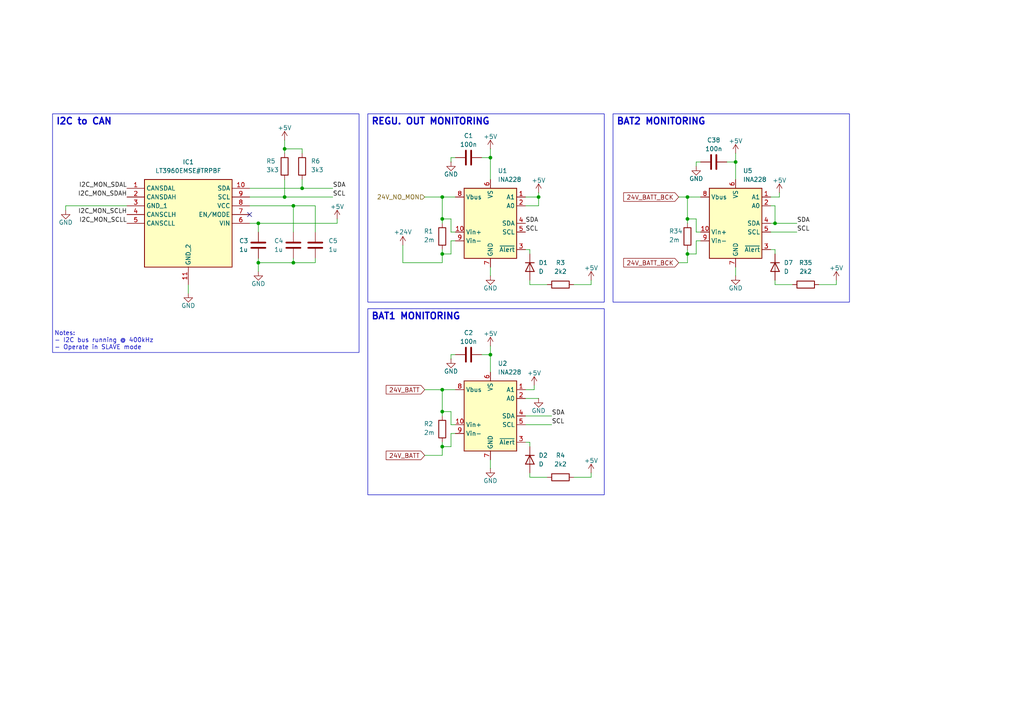
<source format=kicad_sch>
(kicad_sch (version 20250114) (generator "eeschema") (generator_version "9.0")
  (paper "A4")
  (title_block (title "FH2 - Spine") (date "2025-12-10") (rev "v1") (comment 1 "Elie Baier"))
  (lib_symbols
    (symbol "Device:C" (pin_numbers (hide yes)) (pin_names (offset 0.254))
      (property "Reference" "C" (at 0.635 2.54 0))
      (property "Value" "C" (at 0.635 -2.54 0))
      (symbol "C_0_1"
        (polyline (pts (xy -2.032 0.762) (xy 2.032 0.762)) (stroke (width 0.508)))
        (polyline (pts (xy -2.032 -0.762) (xy 2.032 -0.762)) (stroke (width 0.508)))
      )
      (symbol "C_1_1"
        (pin passive line (at 0 3.81 270) (length 2.794) (name "~") (number "1"))
        (pin passive line (at 0 -3.81 90) (length 2.794) (name "~") (number "2"))
      )
    )
    (symbol "Device:D" (pin_numbers (hide yes)) (pin_names (offset 1.016) (hide yes))
      (property "Reference" "D" (at 0 2.54 0))
      (property "Value" "D" (at 0 -2.54 0))
      (symbol "D_0_1"
        (polyline (pts (xy -1.27 1.27) (xy -1.27 -1.27)) (stroke (width 0.254)))
        (polyline (pts (xy 1.27 1.27) (xy 1.27 -1.27) (xy -1.27 0) (xy 1.27 1.27)) (stroke (width 0.254)))
        (polyline (pts (xy 1.27 0) (xy -1.27 0)))
      )
      (symbol "D_1_1"
        (pin passive line (at -3.81 0 0) (length 2.54) (name "K") (number "1"))
        (pin passive line (at 3.81 0 180) (length 2.54) (name "A") (number "2"))
      )
    )
    (symbol "Device:R" (pin_numbers (hide yes)) (pin_names (offset 0))
      (property "Reference" "R" (at 2.032 0 90))
      (property "Value" "R" (at 0 0 90))
      (symbol "R_0_1"
        (rectangle (start -1.016 -2.54) (end 1.016 2.54) (stroke (width 0.254)))
      )
      (symbol "R_1_1"
        (pin passive line (at 0 3.81 270) (length 1.27) (name "~") (number "1"))
        (pin passive line (at 0 -3.81 90) (length 1.27) (name "~") (number "2"))
      )
    )
    (symbol "LT3960EMSE#TRPBF:LT3960EMSE#TRPBF"
      (property "Reference" "IC" (at 31.75 7.62 0))
      (property "Value" "LT3960EMSE#TRPBF" (at 31.75 5.08 0))
      (symbol "LT3960EMSE#TRPBF_1_1"
        (rectangle (start 5.08 2.54) (end 30.48 -22.86) (stroke (width 0.254)) (fill (type background)))
        (pin passive line (at 0 0 0) (length 5.08) (name "CANSDAL") (number "1"))
        (pin passive line (at 0 -2.54 0) (length 5.08) (name "CANSDAH") (number "2"))
        (pin passive line (at 0 -5.08 0) (length 5.08) (name "GND_1") (number "3"))
        (pin passive line (at 0 -7.62 0) (length 5.08) (name "CANSCLH") (number "4"))
        (pin passive line (at 0 -10.16 0) (length 5.08) (name "CANSCLL") (number "5"))
        (pin passive line (at 17.78 -27.94 90) (length 5.08) (name "GND_2") (number "11"))
        (pin passive line (at 35.56 0 180) (length 5.08) (name "SDA") (number "10"))
        (pin passive line (at 35.56 -2.54 180) (length 5.08) (name "SCL") (number "9"))
        (pin passive line (at 35.56 -5.08 180) (length 5.08) (name "VCC") (number "8"))
        (pin passive line (at 35.56 -7.62 180) (length 5.08) (name "EN/MODE") (number "7"))
        (pin passive line (at 35.56 -10.16 180) (length 5.08) (name "VIN") (number "6"))
      )
    )
    (symbol "Sensor_Energy:INA228"
      (property "Reference" "U" (at -6.35 11.43 0))
      (property "Value" "INA228" (at 3.81 11.43 0))
      (symbol "INA228_0_1"
        (rectangle (start 7.62 10.16) (end -7.62 -10.16) (stroke (width 0.254)) (fill (type background)))
      )
      (symbol "INA228_1_1"
        (pin input line (at -10.16 7.62 0) (length 2.54) (name "Vbus") (number "8"))
        (pin input line (at -10.16 -2.54 0) (length 2.54) (name "Vin+") (number "10"))
        (pin input line (at -10.16 -5.08 0) (length 2.54) (name "Vin-") (number "9"))
        (pin power_in line (at 0 12.7 270) (length 2.54) (name "VS") (number "6"))
        (pin power_in line (at 0 -12.7 90) (length 2.54) (name "GND") (number "7"))
        (pin input line (at 10.16 7.62 180) (length 2.54) (name "A1") (number "1"))
        (pin input line (at 10.16 5.08 180) (length 2.54) (name "A0") (number "2"))
        (pin bidirectional line (at 10.16 0 180) (length 2.54) (name "SDA") (number "4"))
        (pin input line (at 10.16 -2.54 180) (length 2.54) (name "SCL") (number "5"))
        (pin open_collector line (at 10.16 -7.62 180) (length 2.54) (name "~{Alert}") (number "3"))
      )
    )
    (symbol "power:+24V" (power) (pin_numbers (hide yes)) (pin_names (offset 0) (hide yes))
      (property "Value" "+24V" (at 0 3.556 0))
      (symbol "+24V_0_1"
        (polyline (pts (xy -0.762 1.27) (xy 0 2.54)))
        (polyline (pts (xy 0 2.54) (xy 0.762 1.27)))
        (polyline (pts (xy 0 0) (xy 0 2.54)))
      )
      (symbol "+24V_1_1"
        (pin power_in line (at 0 0 90) (length 0) (name "~") (number "1"))
      )
    )
    (symbol "power:+5V" (power) (pin_numbers (hide yes)) (pin_names (offset 0) (hide yes))
      (property "Value" "+5V" (at 0 3.556 0))
      (symbol "+5V_0_1"
        (polyline (pts (xy -0.762 1.27) (xy 0 2.54)))
        (polyline (pts (xy 0 2.54) (xy 0.762 1.27)))
        (polyline (pts (xy 0 0) (xy 0 2.54)))
      )
      (symbol "+5V_1_1"
        (pin power_in line (at 0 0 90) (length 0) (name "~") (number "1"))
      )
    )
    (symbol "power:GND" (power) (pin_numbers (hide yes)) (pin_names (offset 0) (hide yes))
      (property "Value" "GND" (at 0 -3.81 0))
      (symbol "GND_0_1"
        (polyline (pts (xy 0 0) (xy 0 -1.27) (xy 1.27 -1.27) (xy 0 -2.54) (xy -1.27 -1.27) (xy 0 -1.27)))
      )
      (symbol "GND_1_1"
        (pin power_in line (at 0 0 270) (length 0) (name "~") (number "1"))
      )
    )
  )
  (text "Notes:\n- I2C bus running @ 400kHz\n- Operate in SLAVE mode" (at 15.748 101.6 0) (effects (font (size 1.27 1.27)) (justify left bottom)))
  (text_box "I2C to CAN" (at 15.24 33.02 0) (size 88.9 69.215) (margins 0.9525 0.9525 0.9525 0.9525) (effects (font (size 1.905 1.905) (thickness 0.381) (bold yes)) (justify left top)))
  (text_box "BAT2 MONITORING" (at 177.8 33.02 0) (size 68.58 54.61) (margins 0.9525 0.9525 0.9525 0.9525) (effects (font (size 1.905 1.905) (thickness 0.381) (bold yes)) (justify left top)))
  (text_box "REGU. OUT MONITORING" (at 106.68 33.02 0) (size 68.58 54.61) (margins 0.9525 0.9525 0.9525 0.9525) (effects (font (size 1.905 1.905) (thickness 0.381) (bold yes)) (justify left top)))
  (text_box "BAT1 MONITORING" (at 106.68 89.535 0) (size 68.58 53.975) (margins 0.9525 0.9525 0.9525 0.9525) (effects (font (size 1.905 1.905) (thickness 0.381) (bold yes)) (justify left top)))
  (junction (at 128.27 129.54))
  (junction (at 82.55 57.15))
  (junction (at 156.21 57.15))
  (junction (at 74.93 76.2))
  (junction (at 85.09 59.69))
  (junction (at 142.24 45.72))
  (junction (at 128.27 57.15))
  (junction (at 74.93 64.77))
  (junction (at 128.27 113.03))
  (junction (at 199.39 63.5))
  (junction (at 199.39 57.15))
  (junction (at 128.27 73.66))
  (junction (at 213.36 46.99))
  (junction (at 224.79 64.77))
  (junction (at 128.27 119.38))
  (junction (at 199.39 73.66))
  (junction (at 82.55 43.18))
  (junction (at 142.24 102.87))
  (junction (at 85.09 76.2))
  (junction (at 128.27 63.5))
  (junction (at 87.63 54.61))
  (no_connect (at 72.39 62.23))
  (wire (pts (xy 128.27 129.54) (xy 128.27 132.08)))
  (wire (pts (xy 97.79 64.77) (xy 97.79 63.5)))
  (wire (pts (xy 199.39 72.39) (xy 199.39 73.66)))
  (wire (pts (xy 152.4 72.39) (xy 153.67 72.39)))
  (wire (pts (xy 199.39 57.15) (xy 203.2 57.15)))
  (wire (pts (xy 128.27 113.03) (xy 128.27 119.38)))
  (wire (pts (xy 156.21 55.88) (xy 156.21 57.15)))
  (wire (pts (xy 130.81 125.73) (xy 132.08 125.73)))
  (wire (pts (xy 153.67 82.55) (xy 153.67 81.28)))
  (wire (pts (xy 74.93 74.93) (xy 74.93 76.2)))
  (wire (pts (xy 74.93 64.77) (xy 97.79 64.77)))
  (wire (pts (xy 237.49 82.55) (xy 242.57 82.55)))
  (wire (pts (xy 128.27 119.38) (xy 128.27 120.65)))
  (wire (pts (xy 74.93 76.2) (xy 74.93 78.74)))
  (wire (pts (xy 231.14 64.77) (xy 224.79 64.77)))
  (wire (pts (xy 132.08 102.87) (xy 130.81 102.87)))
  (wire (pts (xy 128.27 73.66) (xy 128.27 76.2)))
  (wire (pts (xy 199.39 73.66) (xy 201.93 73.66)))
  (wire (pts (xy 91.44 67.31) (xy 91.44 59.69)))
  (wire (pts (xy 123.19 113.03) (xy 128.27 113.03)))
  (wire (pts (xy 130.81 73.66) (xy 130.81 69.85)))
  (wire (pts (xy 201.93 73.66) (xy 201.93 69.85)))
  (wire (pts (xy 128.27 57.15) (xy 132.08 57.15)))
  (wire (pts (xy 132.08 45.72) (xy 130.81 45.72)))
  (wire (pts (xy 139.7 45.72) (xy 142.24 45.72)))
  (wire (pts (xy 242.57 81.28) (xy 242.57 82.55)))
  (wire (pts (xy 213.36 77.47) (xy 213.36 80.01)))
  (wire (pts (xy 196.85 76.2) (xy 199.39 76.2)))
  (wire (pts (xy 158.75 138.43) (xy 153.67 138.43)))
  (wire (pts (xy 166.37 138.43) (xy 171.45 138.43)))
  (wire (pts (xy 87.63 54.61) (xy 96.52 54.61)))
  (wire (pts (xy 223.52 72.39) (xy 224.79 72.39)))
  (wire (pts (xy 199.39 73.66) (xy 199.39 76.2)))
  (wire (pts (xy 199.39 57.15) (xy 199.39 63.5)))
  (wire (pts (xy 91.44 74.93) (xy 91.44 76.2)))
  (wire (pts (xy 19.05 60.96) (xy 19.05 59.69)))
  (wire (pts (xy 152.4 128.27) (xy 153.67 128.27)))
  (wire (pts (xy 87.63 52.07) (xy 87.63 54.61)))
  (wire (pts (xy 203.2 46.99) (xy 201.93 46.99)))
  (wire (pts (xy 128.27 57.15) (xy 128.27 63.5)))
  (wire (pts (xy 123.19 57.15) (xy 128.27 57.15)))
  (wire (pts (xy 229.87 82.55) (xy 224.79 82.55)))
  (wire (pts (xy 128.27 72.39) (xy 128.27 73.66)))
  (wire (pts (xy 85.09 74.93) (xy 85.09 76.2)))
  (wire (pts (xy 54.61 82.55) (xy 54.61 85.09)))
  (wire (pts (xy 166.37 82.55) (xy 171.45 82.55)))
  (wire (pts (xy 171.45 137.16) (xy 171.45 138.43)))
  (wire (pts (xy 130.81 119.38) (xy 128.27 119.38)))
  (wire (pts (xy 85.09 76.2) (xy 74.93 76.2)))
  (wire (pts (xy 156.21 59.69) (xy 156.21 57.15)))
  (wire (pts (xy 142.24 77.47) (xy 142.24 80.01)))
  (wire (pts (xy 224.79 82.55) (xy 224.79 81.28)))
  (wire (pts (xy 19.05 59.69) (xy 36.83 59.69)))
  (wire (pts (xy 142.24 45.72) (xy 142.24 43.18)))
  (wire (pts (xy 231.14 67.31) (xy 223.52 67.31)))
  (wire (pts (xy 128.27 129.54) (xy 130.81 129.54)))
  (wire (pts (xy 210.82 46.99) (xy 213.36 46.99)))
  (wire (pts (xy 130.81 69.85) (xy 132.08 69.85)))
  (wire (pts (xy 116.84 76.2) (xy 128.27 76.2)))
  (wire (pts (xy 201.93 46.99) (xy 201.93 48.26)))
  (wire (pts (xy 116.84 71.12) (xy 116.84 76.2)))
  (wire (pts (xy 142.24 45.72) (xy 142.24 52.07)))
  (wire (pts (xy 128.27 73.66) (xy 130.81 73.66)))
  (wire (pts (xy 224.79 59.69) (xy 224.79 64.77)))
  (wire (pts (xy 72.39 64.77) (xy 74.93 64.77)))
  (wire (pts (xy 91.44 59.69) (xy 85.09 59.69)))
  (wire (pts (xy 153.67 138.43) (xy 153.67 137.16)))
  (wire (pts (xy 82.55 57.15) (xy 96.52 57.15)))
  (wire (pts (xy 82.55 43.18) (xy 87.63 43.18)))
  (wire (pts (xy 196.85 57.15) (xy 199.39 57.15)))
  (wire (pts (xy 213.36 46.99) (xy 213.36 52.07)))
  (wire (pts (xy 142.24 102.87) (xy 142.24 107.95)))
  (wire (pts (xy 85.09 59.69) (xy 85.09 67.31)))
  (wire (pts (xy 154.94 111.76) (xy 154.94 113.03)))
  (wire (pts (xy 201.93 67.31) (xy 201.93 63.5)))
  (wire (pts (xy 130.81 45.72) (xy 130.81 46.99)))
  (wire (pts (xy 91.44 76.2) (xy 85.09 76.2)))
  (wire (pts (xy 158.75 82.55) (xy 153.67 82.55)))
  (wire (pts (xy 128.27 63.5) (xy 128.27 64.77)))
  (wire (pts (xy 87.63 43.18) (xy 87.63 44.45)))
  (wire (pts (xy 128.27 128.27) (xy 128.27 129.54)))
  (wire (pts (xy 130.81 63.5) (xy 128.27 63.5)))
  (wire (pts (xy 132.08 67.31) (xy 130.81 67.31)))
  (wire (pts (xy 74.93 67.31) (xy 74.93 64.77)))
  (wire (pts (xy 201.93 63.5) (xy 199.39 63.5)))
  (wire (pts (xy 72.39 57.15) (xy 82.55 57.15)))
  (wire (pts (xy 224.79 64.77) (xy 223.52 64.77)))
  (wire (pts (xy 139.7 102.87) (xy 142.24 102.87)))
  (wire (pts (xy 160.02 123.19) (xy 152.4 123.19)))
  (wire (pts (xy 72.39 59.69) (xy 85.09 59.69)))
  (wire (pts (xy 152.4 115.57) (xy 156.21 115.57)))
  (wire (pts (xy 154.94 113.03) (xy 152.4 113.03)))
  (wire (pts (xy 152.4 59.69) (xy 156.21 59.69)))
  (wire (pts (xy 142.24 100.33) (xy 142.24 102.87)))
  (wire (pts (xy 213.36 44.45) (xy 213.36 46.99)))
  (wire (pts (xy 153.67 72.39) (xy 153.67 73.66)))
  (wire (pts (xy 224.79 72.39) (xy 224.79 73.66)))
  (wire (pts (xy 171.45 81.28) (xy 171.45 82.55)))
  (wire (pts (xy 226.06 57.15) (xy 223.52 57.15)))
  (wire (pts (xy 142.24 133.35) (xy 142.24 135.89)))
  (wire (pts (xy 82.55 43.18) (xy 82.55 44.45)))
  (wire (pts (xy 82.55 40.64) (xy 82.55 43.18)))
  (wire (pts (xy 203.2 67.31) (xy 201.93 67.31)))
  (wire (pts (xy 130.81 123.19) (xy 130.81 119.38)))
  (wire (pts (xy 153.67 128.27) (xy 153.67 129.54)))
  (wire (pts (xy 226.06 55.88) (xy 226.06 57.15)))
  (wire (pts (xy 201.93 69.85) (xy 203.2 69.85)))
  (wire (pts (xy 128.27 113.03) (xy 132.08 113.03)))
  (wire (pts (xy 130.81 102.87) (xy 130.81 104.14)))
  (wire (pts (xy 82.55 52.07) (xy 82.55 57.15)))
  (wire (pts (xy 160.02 120.65) (xy 152.4 120.65)))
  (wire (pts (xy 130.81 129.54) (xy 130.81 125.73)))
  (wire (pts (xy 130.81 67.31) (xy 130.81 63.5)))
  (wire (pts (xy 156.21 57.15) (xy 152.4 57.15)))
  (wire (pts (xy 199.39 63.5) (xy 199.39 64.77)))
  (wire (pts (xy 223.52 59.69) (xy 224.79 59.69)))
  (wire (pts (xy 132.08 123.19) (xy 130.81 123.19)))
  (wire (pts (xy 72.39 54.61) (xy 87.63 54.61)))
  (wire (pts (xy 123.19 132.08) (xy 128.27 132.08)))
  (label "SCL" (at 152.4 67.31 0))
  (label "SDA" (at 231.14 64.77 0))
  (label "SCL" (at 96.52 57.15 0))
  (label "I2C_MON_SCLL" (at 36.83 64.77 180))
  (label "SDA" (at 152.4 64.77 0))
  (label "SDA" (at 160.02 120.65 0))
  (label "I2C_MON_SDAL" (at 36.83 54.61 180))
  (label "I2C_MON_SDAH" (at 36.83 57.15 180))
  (label "SCL" (at 231.14 67.31 0))
  (label "I2C_MON_SCLH" (at 36.83 62.23 180))
  (label "SDA" (at 96.52 54.61 0))
  (label "SCL" (at 160.02 123.19 0))
  (global_label "24V_BATT" (shape input) (at 123.19 132.08 180) (property "Intersheetrefs" "${INTERSHEET_REFS}" (effects (hide yes))))
  (global_label "24V_BATT_BCK" (shape input) (at 196.85 57.15 180) (property "Intersheetrefs" "${INTERSHEET_REFS}" (effects (hide yes))))
  (global_label "24V_BATT" (shape input) (at 123.19 113.03 180) (property "Intersheetrefs" "${INTERSHEET_REFS}" (effects (hide yes))))
  (global_label "24V_BATT_BCK" (shape input) (at 196.85 76.2 180) (property "Intersheetrefs" "${INTERSHEET_REFS}" (effects (hide yes))))
  (hierarchical_label "24V_NO_MON" (shape input) (at 123.19 57.15 180))
  (symbol (lib_id "Device:D") (at 153.67 133.35 270) (unit 1)
    (property "Reference" "D2" (at 156.21 132.0799 90) (effects (justify left)))
    (property "Value" "D" (at 156.21 134.6199 90) (effects (justify left)))
    (property "Description" "Diode" (effects (hide yes)))
    (property "Sim.Device" "D" (effects (hide yes)))
    (property "Sim.Pins" "1=K 2=A" (effects (hide yes)))
  )
  (symbol (lib_id "Device:R") (at 82.55 48.26 0) (unit 1)
    (property "Reference" "R5" (at 77.216 46.736 0) (effects (justify left)))
    (property "Value" "3k3" (at 77.216 49.276 0) (effects (justify left)))
    (property "Description" "Resistor" (effects (hide yes)))
  )
  (symbol (lib_id "power:GND") (at 130.81 104.14 0) (unit 1)
    (property "Reference" "#PWR03" (effects (hide yes)))
    (property "Value" "GND" (at 130.81 107.696 0))
    (property "Description" "Power symbol creates a global label with name \"GND\" , ground" (effects (hide yes)))
  )
  (symbol (lib_id "Device:C") (at 207.01 46.99 90) (unit 1)
    (property "Reference" "C38" (at 207.01 40.64 90))
    (property "Value" "100n" (at 207.01 43.18 90))
    (property "Description" "Unpolarized capacitor" (effects (hide yes)))
  )
  (symbol (lib_id "power:GND") (at 213.36 80.01 0) (unit 1)
    (property "Reference" "#PWR039" (effects (hide yes)))
    (property "Value" "GND" (at 213.36 83.566 0))
    (property "Description" "Power symbol creates a global label with name \"GND\" , ground" (effects (hide yes)))
  )
  (symbol (lib_id "power:+5V") (at 226.06 55.88 0) (unit 1)
    (property "Reference" "#PWR040" (effects (hide yes)))
    (property "Value" "+5V" (at 226.06 52.324 0))
    (property "Description" "Power symbol creates a global label with name \"+5V\"" (effects (hide yes)))
  )
  (symbol (lib_id "Device:C") (at 74.93 71.12 0) (unit 1)
    (property "Reference" "C3" (at 69.342 69.85 0) (effects (justify left)))
    (property "Value" "1u" (at 69.342 72.39 0) (effects (justify left)))
    (property "Description" "Unpolarized capacitor" (effects (hide yes)))
  )
  (symbol (lib_id "power:GND") (at 156.21 115.57 0) (unit 1)
    (property "Reference" "#PWR07" (effects (hide yes)))
    (property "Value" "GND" (at 156.21 119.126 0))
    (property "Description" "Power symbol creates a global label with name \"GND\" , ground" (effects (hide yes)))
  )
  (symbol (lib_id "Device:R") (at 233.68 82.55 90) (unit 1)
    (property "Reference" "R35" (at 233.68 76.2 90))
    (property "Value" "2k2" (at 233.68 78.74 90))
    (property "Description" "Resistor" (effects (hide yes)))
  )
  (symbol (lib_id "power:+5V") (at 97.79 63.5 0) (unit 1)
    (property "Reference" "#PWR016" (effects (hide yes)))
    (property "Value" "+5V" (at 97.79 59.944 0))
    (property "Description" "Power symbol creates a global label with name \"+5V\"" (effects (hide yes)))
  )
  (symbol (lib_id "power:+5V") (at 242.57 81.28 0) (unit 1)
    (property "Reference" "#PWR042" (effects (hide yes)))
    (property "Value" "+5V" (at 242.57 77.724 0))
    (property "Description" "Power symbol creates a global label with name \"+5V\"" (effects (hide yes)))
  )
  (symbol (lib_id "power:GND") (at 201.93 48.26 0) (unit 1)
    (property "Reference" "#PWR037" (effects (hide yes)))
    (property "Value" "GND" (at 201.93 51.816 0))
    (property "Description" "Power symbol creates a global label with name \"GND\" , ground" (effects (hide yes)))
  )
  (symbol (lib_id "power:GND") (at 142.24 135.89 0) (unit 1)
    (property "Reference" "#PWR08" (effects (hide yes)))
    (property "Value" "GND" (at 142.24 139.446 0))
    (property "Description" "Power symbol creates a global label with name \"GND\" , ground" (effects (hide yes)))
  )
  (symbol (lib_id "power:+5V") (at 171.45 137.16 0) (unit 1)
    (property "Reference" "#PWR012" (effects (hide yes)))
    (property "Value" "+5V" (at 171.45 133.604 0))
    (property "Description" "Power symbol creates a global label with name \"+5V\"" (effects (hide yes)))
  )
  (symbol (lib_id "Device:C") (at 85.09 71.12 180) (unit 1)
    (property "Reference" "C4" (at 79.502 69.85 0) (effects (justify right)))
    (property "Value" "1u" (at 79.502 72.39 0) (effects (justify right)))
    (property "Description" "Unpolarized capacitor" (effects (hide yes)))
  )
  (symbol (lib_id "power:GND") (at 130.81 46.99 0) (unit 1)
    (property "Reference" "#PWR02" (effects (hide yes)))
    (property "Value" "GND" (at 130.81 50.546 0))
    (property "Description" "Power symbol creates a global label with name \"GND\" , ground" (effects (hide yes)))
  )
  (symbol (lib_id "power:+5V") (at 171.45 81.28 0) (unit 1)
    (property "Reference" "#PWR011" (effects (hide yes)))
    (property "Value" "+5V" (at 171.45 77.724 0))
    (property "Description" "Power symbol creates a global label with name \"+5V\"" (effects (hide yes)))
  )
  (symbol (lib_id "power:+5V") (at 156.21 55.88 0) (unit 1)
    (property "Reference" "#PWR05" (effects (hide yes)))
    (property "Value" "+5V" (at 156.21 52.324 0))
    (property "Description" "Power symbol creates a global label with name \"+5V\"" (effects (hide yes)))
  )
  (symbol (lib_id "power:+5V") (at 82.55 40.64 0) (unit 1)
    (property "Reference" "#PWR013" (effects (hide yes)))
    (property "Value" "+5V" (at 82.55 37.084 0))
    (property "Description" "Power symbol creates a global label with name \"+5V\"" (effects (hide yes)))
  )
  (symbol (lib_id "power:GND") (at 142.24 80.01 0) (unit 1)
    (property "Reference" "#PWR09" (effects (hide yes)))
    (property "Value" "GND" (at 142.24 83.566 0))
    (property "Description" "Power symbol creates a global label with name \"GND\" , ground" (effects (hide yes)))
  )
  (symbol (lib_id "Device:C") (at 135.89 102.87 90) (unit 1)
    (property "Reference" "C2" (at 135.89 96.52 90))
    (property "Value" "100n" (at 135.89 99.06 90))
    (property "Description" "Unpolarized capacitor" (effects (hide yes)))
  )
  (symbol (lib_id "Device:D") (at 153.67 77.47 270) (unit 1)
    (property "Reference" "D1" (at 156.21 76.1999 90) (effects (justify left)))
    (property "Value" "D" (at 156.21 78.7399 90) (effects (justify left)))
    (property "Description" "Diode" (effects (hide yes)))
    (property "Sim.Device" "D" (effects (hide yes)))
    (property "Sim.Pins" "1=K 2=A" (effects (hide yes)))
  )
  (symbol (lib_id "power:GND") (at 74.93 78.74 0) (unit 1)
    (property "Reference" "#PWR017" (effects (hide yes)))
    (property "Value" "GND" (at 74.93 82.296 0))
    (property "Description" "Power symbol creates a global label with name \"GND\" , ground" (effects (hide yes)))
  )
  (symbol (lib_id "Device:C") (at 135.89 45.72 90) (unit 1)
    (property "Reference" "C1" (at 135.89 39.37 90))
    (property "Value" "100n" (at 135.89 41.91 90))
    (property "Description" "Unpolarized capacitor" (effects (hide yes)))
  )
  (symbol (lib_id "Device:C") (at 91.44 71.12 0) (unit 1)
    (property "Reference" "C5" (at 95.25 69.8499 0) (effects (justify left)))
    (property "Value" "1u" (at 95.25 72.3899 0) (effects (justify left)))
    (property "Description" "Unpolarized capacitor" (effects (hide yes)))
  )
  (symbol (lib_id "power:+5V") (at 142.24 100.33 0) (unit 1)
    (property "Reference" "#PWR04" (effects (hide yes)))
    (property "Value" "+5V" (at 142.24 96.774 0))
    (property "Description" "Power symbol creates a global label with name \"+5V\"" (effects (hide yes)))
  )
  (symbol (lib_id "Device:R") (at 199.39 68.58 0) (unit 1)
    (property "Reference" "R34" (at 194.056 67.056 0) (effects (justify left)))
    (property "Value" "2m" (at 194.056 69.596 0) (effects (justify left)))
    (property "Description" "Resistor" (effects (hide yes)))
  )
  (symbol (lib_id "Sensor_Energy:INA228") (at 142.24 120.65 0) (unit 1)
    (property "Reference" "U2" (at 144.3833 105.41 0) (effects (justify left)))
    (property "Value" "INA228" (at 144.3833 107.95 0) (effects (justify left)))
    (property "Footprint" "Package_SO:VSSOP-10_3x3mm_P0.5mm" (effects (hide yes)))
    (property "Datasheet" "https://www.ti.com/lit/ds/symlink/ina228.pdf" (effects (hide yes)))
    (property "Description" "High-Side or Low-Side Measurement, Bi-Directional Current and Power Monitor (0-85V) with I2C, SMBus-, and PMBus-Compatible Interface, VSSOP-10" (effects (hide yes)))
  )
  (symbol (lib_id "Sensor_Energy:INA228") (at 213.36 64.77 0) (unit 1)
    (property "Reference" "U5" (at 215.5033 49.53 0) (effects (justify left)))
    (property "Value" "INA228" (at 215.5033 52.07 0) (effects (justify left)))
    (property "Footprint" "Package_SO:VSSOP-10_3x3mm_P0.5mm" (effects (hide yes)))
    (property "Datasheet" "https://www.ti.com/lit/ds/symlink/ina228.pdf" (effects (hide yes)))
    (property "Description" "High-Side or Low-Side Measurement, Bi-Directional Current and Power Monitor (0-85V) with I2C, SMBus-, and PMBus-Compatible Interface, VSSOP-10" (effects (hide yes)))
  )
  (symbol (lib_id "power:+24V") (at 116.84 71.12 0) (unit 1)
    (property "Reference" "#PWR010" (effects (hide yes)))
    (property "Value" "+24V" (at 116.84 67.31 0))
    (property "Description" "Power symbol creates a global label with name \"+24V\"" (effects (hide yes)))
  )
  (symbol (lib_id "Device:R") (at 128.27 68.58 0) (unit 1)
    (property "Reference" "R1" (at 122.936 67.056 0) (effects (justify left)))
    (property "Value" "2m" (at 122.936 69.596 0) (effects (justify left)))
    (property "Description" "Resistor" (effects (hide yes)))
  )
  (symbol (lib_id "power:+5V") (at 213.36 44.45 0) (unit 1)
    (property "Reference" "#PWR038" (effects (hide yes)))
    (property "Value" "+5V" (at 213.36 40.894 0))
    (property "Description" "Power symbol creates a global label with name \"+5V\"" (effects (hide yes)))
  )
  (symbol (lib_id "Sensor_Energy:INA228") (at 142.24 64.77 0) (unit 1)
    (property "Reference" "U1" (at 144.3833 49.53 0) (effects (justify left)))
    (property "Value" "INA228" (at 144.3833 52.07 0) (effects (justify left)))
    (property "Footprint" "Package_SO:VSSOP-10_3x3mm_P0.5mm" (effects (hide yes)))
    (property "Datasheet" "https://www.ti.com/lit/ds/symlink/ina228.pdf" (effects (hide yes)))
    (property "Description" "High-Side or Low-Side Measurement, Bi-Directional Current and Power Monitor (0-85V) with I2C, SMBus-, and PMBus-Compatible Interface, VSSOP-10" (effects (hide yes)))
  )
  (symbol (lib_id "Device:R") (at 162.56 82.55 90) (unit 1)
    (property "Reference" "R3" (at 162.56 76.2 90))
    (property "Value" "2k2" (at 162.56 78.74 90))
    (property "Description" "Resistor" (effects (hide yes)))
  )
  (symbol (lib_id "power:+5V") (at 142.24 43.18 0) (unit 1)
    (property "Reference" "#PWR01" (effects (hide yes)))
    (property "Value" "+5V" (at 142.24 39.624 0))
    (property "Description" "Power symbol creates a global label with name \"+5V\"" (effects (hide yes)))
  )
  (symbol (lib_id "power:GND") (at 19.05 60.96 0) (unit 1)
    (property "Reference" "#PWR015" (effects (hide yes)))
    (property "Value" "GND" (at 19.05 64.516 0))
    (property "Description" "Power symbol creates a global label with name \"GND\" , ground" (effects (hide yes)))
  )
  (symbol (lib_id "Device:R") (at 128.27 124.46 0) (unit 1)
    (property "Reference" "R2" (at 122.936 122.936 0) (effects (justify left)))
    (property "Value" "2m" (at 122.936 125.476 0) (effects (justify left)))
    (property "Description" "Resistor" (effects (hide yes)))
  )
  (symbol (lib_id "Device:R") (at 162.56 138.43 90) (unit 1)
    (property "Reference" "R4" (at 162.56 132.08 90))
    (property "Value" "2k2" (at 162.56 134.62 90))
    (property "Description" "Resistor" (effects (hide yes)))
  )
  (symbol (lib_id "power:GND") (at 54.61 85.09 0) (unit 1)
    (property "Reference" "#PWR014" (effects (hide yes)))
    (property "Value" "GND" (at 54.61 88.646 0))
    (property "Description" "Power symbol creates a global label with name \"GND\" , ground" (effects (hide yes)))
  )
  (symbol (lib_id "Device:R") (at 87.63 48.26 0) (unit 1)
    (property "Reference" "R6" (at 90.17 46.736 0) (effects (justify left)))
    (property "Value" "3k3" (at 90.17 49.276 0) (effects (justify left)))
    (property "Description" "Resistor" (effects (hide yes)))
  )
  (symbol (lib_id "Device:D") (at 224.79 77.47 270) (unit 1)
    (property "Reference" "D7" (at 227.33 76.1999 90) (effects (justify left)))
    (property "Value" "D" (at 227.33 78.7399 90) (effects (justify left)))
    (property "Description" "Diode" (effects (hide yes)))
    (property "Sim.Device" "D" (effects (hide yes)))
    (property "Sim.Pins" "1=K 2=A" (effects (hide yes)))
  )
  (symbol (lib_id "LT3960EMSE#TRPBF:LT3960EMSE#TRPBF") (at 36.83 54.61 0) (unit 1)
    (property "Reference" "IC1" (at 54.61 46.99 0))
    (property "Value" "LT3960EMSE#TRPBF" (at 54.61 49.53 0))
    (property "Footprint" "SOP50P490X110-11N" (effects (hide yes)))
    (property "Datasheet" "https://www.analog.com/LT3960/datasheet" (effects (hide yes)))
    (property "Description" "n Protected from Overvoltage Line Faults to +/-40V n Up to 400kbps I2C Communications n 4V to 60V Power Supply Range with Internal 3.3V Regulator n 3.3V or 5V Bus Voltage n Extended Common Mode Range (+/-36V) n Current Limited Drivers with Thermal Shutdown n Power-Up/Down Glitch Free Driver Outputs n Low Current Shutdown Mode n Transmit Data Dominant Timeout Function n E- and J-Grades Available n Available in a 10-Lead MSOP Package n AEC-Q100 Qualified for Automotive Applications" (effects (hide yes)))
    (property "Height" "1.1" (effects (hide yes)))
    (property "Mouser Part Number" "584-LT3960EMSE#TRPBF" (effects (hide yes)))
    (property "Mouser Price/Stock" "https://www.mouser.co.uk/ProductDetail/Analog-Devices/LT3960EMSETRPBF?qs=T94vaHKWudSYrMnOgEOV%252BA%3D%3D" (effects (hide yes)))
    (property "Manufacturer_Name" "Analog Devices" (effects (hide yes)))
    (property "Manufacturer_Part_Number" "LT3960EMSE#TRPBF" (effects (hide yes)))
  )
  (symbol (lib_id "power:+5V") (at 154.94 111.76 0) (unit 1)
    (property "Reference" "#PWR06" (effects (hide yes)))
    (property "Value" "+5V" (at 154.94 108.204 0))
    (property "Description" "Power symbol creates a global label with name \"+5V\"" (effects (hide yes)))
  )
)
</source>
